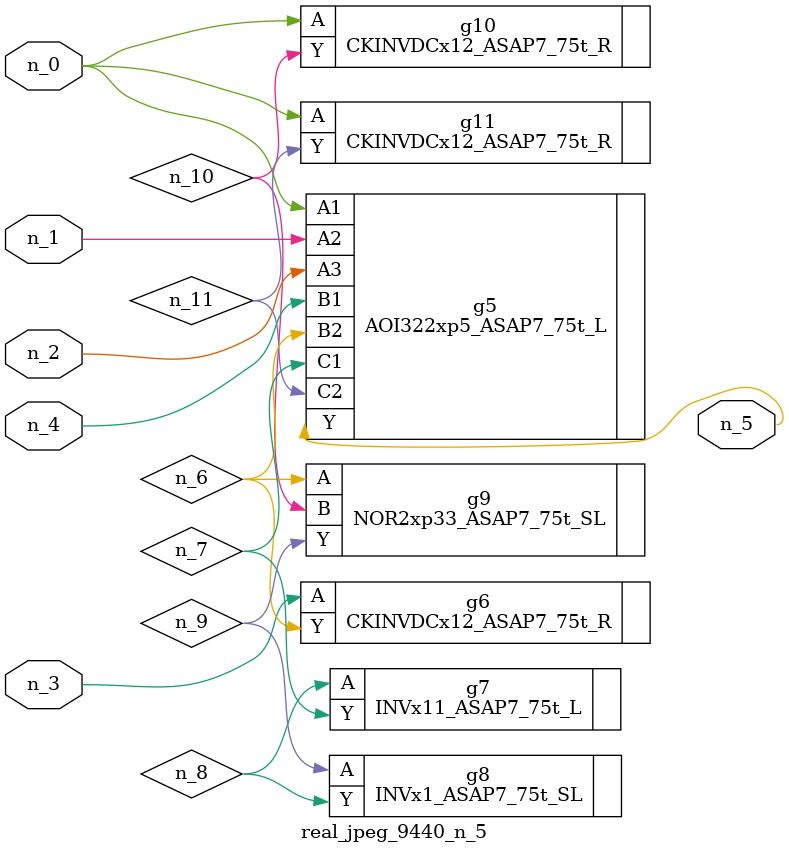
<source format=v>
module real_jpeg_9440_n_5 (n_4, n_0, n_1, n_2, n_3, n_5);

input n_4;
input n_0;
input n_1;
input n_2;
input n_3;

output n_5;

wire n_8;
wire n_11;
wire n_6;
wire n_7;
wire n_10;
wire n_9;

AOI322xp5_ASAP7_75t_L g5 ( 
.A1(n_0),
.A2(n_1),
.A3(n_2),
.B1(n_4),
.B2(n_6),
.C1(n_7),
.C2(n_11),
.Y(n_5)
);

CKINVDCx12_ASAP7_75t_R g10 ( 
.A(n_0),
.Y(n_10)
);

CKINVDCx12_ASAP7_75t_R g11 ( 
.A(n_0),
.Y(n_11)
);

CKINVDCx12_ASAP7_75t_R g6 ( 
.A(n_3),
.Y(n_6)
);

NOR2xp33_ASAP7_75t_SL g9 ( 
.A(n_6),
.B(n_10),
.Y(n_9)
);

INVx11_ASAP7_75t_L g7 ( 
.A(n_8),
.Y(n_7)
);

INVx1_ASAP7_75t_SL g8 ( 
.A(n_9),
.Y(n_8)
);


endmodule
</source>
